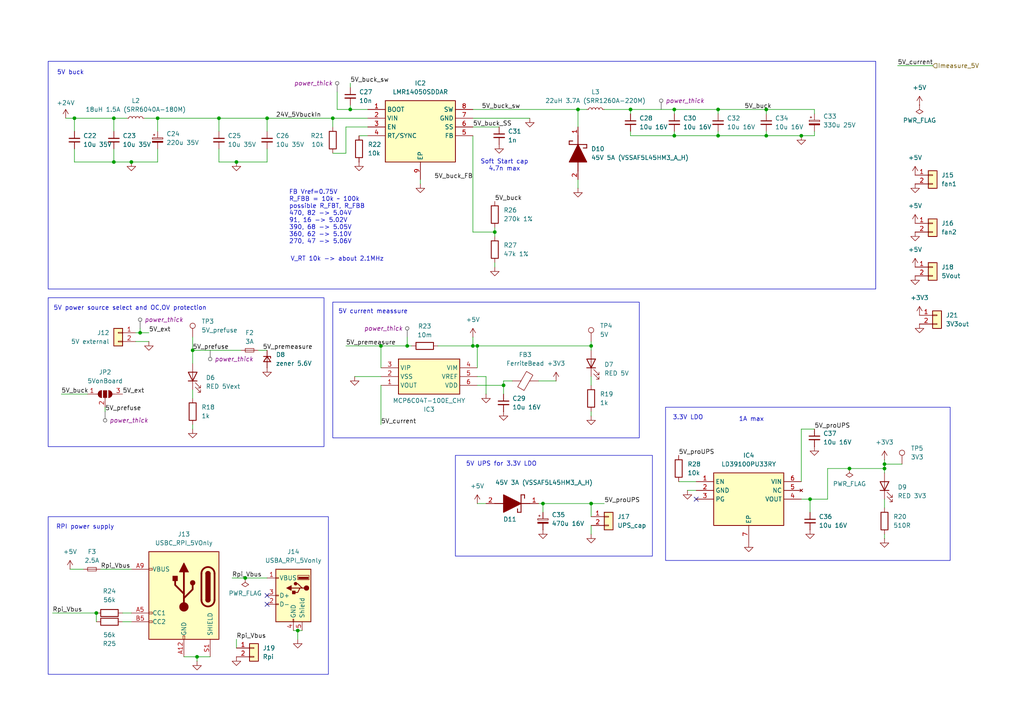
<source format=kicad_sch>
(kicad_sch (version 20231120) (generator "eeschema") (generator_version "8.0")
  (paper "A4")
  (title_block (title "EP5 rearbox ") (date "2024-08-07") (rev "1.0") (company "NTURacing") (comment 1 "郭哲明 Jack Kuo") (comment 2 "Electrical group"))
  (lib_symbols
    (symbol "Connector:TestPoint" (pin_numbers hide) (pin_names (offset 0.762) hide)
      (property "Reference" "TP" (at 0 6.858 0))
      (property "Value" "TestPoint" (at 0 5.08 0))
      (symbol "TestPoint_1_1"
        (pin passive line (at 0 0 90) (length 2.54) (name "1") (number "1"))
      )
    )
    (symbol "Connector:USB_A" (pin_names (offset 1.016))
      (property "Reference" "J" (at -5.08 11.43 0))
      (property "Value" "USB_A" (at -5.08 8.89 0))
      (symbol "USB_A_1_1"
        (pin power_in line (at 7.62 5.08 180) (length 2.54) (name "VBUS") (number "1"))
        (pin bidirectional line (at 7.62 -2.54 180) (length 2.54) (name "D-") (number "2"))
        (pin bidirectional line (at 7.62 0 180) (length 2.54) (name "D+") (number "3"))
        (pin power_in line (at 0 -10.16 90) (length 2.54) (name "GND") (number "4"))
        (pin passive line (at -2.54 -10.16 90) (length 2.54) (name "Shield") (number "5"))
      )
    )
    (symbol "Connector:USB_C_Receptacle_PowerOnly_6P" (pin_names (offset 1.016))
      (property "Reference" "J" (at 0 16.51 0))
      (property "Value" "USB_C_Receptacle_PowerOnly_6P" (at 0 13.97 0))
      (symbol "USB_C_Receptacle_PowerOnly_6P_1_1"
        (pin passive line (at 0 -17.78 90) (length 5.08) (name "GND") (number "A12"))
        (pin bidirectional line (at 15.24 -5.08 180) (length 5.08) (name "CC1") (number "A5"))
        (pin passive line (at 15.24 7.62 180) (length 5.08) (name "VBUS") (number "A9"))
        (pin passive line (at 0 -17.78 90) (length 5.08) hide (name "GND") (number "B12"))
        (pin bidirectional line (at 15.24 -7.62 180) (length 5.08) (name "CC2") (number "B5"))
        (pin passive line (at 15.24 7.62 180) (length 5.08) hide (name "VBUS") (number "B9"))
        (pin passive line (at -7.62 -17.78 90) (length 5.08) (name "SHIELD") (number "S1"))
      )
    )
    (symbol "Connector_Generic:Conn_01x02" (pin_names (offset 1.016) hide)
      (property "Reference" "J" (at 0 2.54 0))
      (property "Value" "Conn_01x02" (at 0 -5.08 0))
      (symbol "Conn_01x02_1_1"
        (pin passive line (at -5.08 0 0) (length 3.81) (name "Pin_1") (number "1"))
        (pin passive line (at -5.08 -2.54 0) (length 3.81) (name "Pin_2") (number "2"))
      )
    )
    (symbol "Device:C_Polarized_Small" (pin_numbers hide) (pin_names (offset 0.254) hide)
      (property "Reference" "C" (at 0.254 1.778 0))
      (property "Value" "C_Polarized_Small" (at 0.254 -2.032 0))
      (symbol "C_Polarized_Small_1_1"
        (pin passive line (at 0 2.54 270) (length 1.8542) (name "~") (number "1"))
        (pin passive line (at 0 -2.54 90) (length 1.8542) (name "~") (number "2"))
      )
    )
    (symbol "Device:C_Small" (pin_numbers hide) (pin_names (offset 0.254) hide)
      (property "Reference" "C" (at 0.254 1.778 0))
      (property "Value" "C_Small" (at 0.254 -2.032 0))
      (symbol "C_Small_1_1"
        (pin passive line (at 0 2.54 270) (length 2.032) (name "~") (number "1"))
        (pin passive line (at 0 -2.54 90) (length 2.032) (name "~") (number "2"))
      )
    )
    (symbol "Device:D_Zener_Small" (pin_numbers hide) (pin_names (offset 0.254) hide)
      (property "Reference" "D" (at 0 2.286 0))
      (property "Value" "D_Zener_Small" (at 0 -2.286 0))
      (symbol "D_Zener_Small_1_1"
        (pin passive line (at -2.54 0 0) (length 1.778) (name "K") (number "1"))
        (pin passive line (at 2.54 0 180) (length 1.778) (name "A") (number "2"))
      )
    )
    (symbol "Device:FerriteBead" (pin_numbers hide) (pin_names (offset 0))
      (property "Reference" "FB" (at -3.81 0.635 90))
      (property "Value" "FerriteBead" (at 3.81 0 90))
      (symbol "FerriteBead_1_1"
        (pin passive line (at 0 3.81 270) (length 2.54) (name "~") (number "1"))
        (pin passive line (at 0 -3.81 90) (length 2.54) (name "~") (number "2"))
      )
    )
    (symbol "Device:Fuse_Small" (pin_numbers hide) (pin_names (offset 0.254) hide)
      (property "Reference" "F" (at 0 -1.524 0))
      (property "Value" "Fuse_Small" (at 0 1.524 0))
      (symbol "Fuse_Small_1_1"
        (pin passive line (at -2.54 0 0) (length 1.27) (name "~") (number "1"))
        (pin passive line (at 2.54 0 180) (length 1.27) (name "~") (number "2"))
      )
    )
    (symbol "Device:LED" (pin_numbers hide) (pin_names (offset 1.016) hide)
      (property "Reference" "D" (at 0 2.54 0))
      (property "Value" "LED" (at 0 -2.54 0))
      (symbol "LED_1_1"
        (pin passive line (at -3.81 0 0) (length 2.54) (name "K") (number "1"))
        (pin passive line (at 3.81 0 180) (length 2.54) (name "A") (number "2"))
      )
    )
    (symbol "Device:L_Small" (pin_numbers hide) (pin_names (offset 0.254) hide)
      (property "Reference" "L" (at 0.762 1.016 0))
      (property "Value" "L_Small" (at 0.762 -1.016 0))
      (symbol "L_Small_1_1"
        (pin passive line (at 0 2.54 270) (length 0.508) (name "~") (number "1"))
        (pin passive line (at 0 -2.54 90) (length 0.508) (name "~") (number "2"))
      )
    )
    (symbol "Device:R" (pin_numbers hide) (pin_names (offset 0))
      (property "Reference" "R" (at 2.032 0 90))
      (property "Value" "R" (at 0 0 90))
      (symbol "R_1_1"
        (pin passive line (at 0 3.81 270) (length 1.27) (name "~") (number "1"))
        (pin passive line (at 0 -3.81 90) (length 1.27) (name "~") (number "2"))
      )
    )
    (symbol "Jumper:SolderJumper_3_Open" (pin_names (offset 0) hide) (exclude_from_sim yes) (in_bom no)
      (property "Reference" "JP" (at -2.54 -2.54 0))
      (property "Value" "SolderJumper_3_Open" (at 0 2.794 0))
      (symbol "SolderJumper_3_Open_1_1"
        (pin passive line (at -5.08 0 0) (length 2.54) (name "A") (number "1"))
        (pin passive line (at 0 -3.81 90) (length 2.54) (name "C") (number "2"))
        (pin passive line (at 5.08 0 180) (length 2.54) (name "B") (number "3"))
      )
    )
    (symbol "SamacSys_Parts:LD39100PU33RY"
      (property "Reference" "IC" (at 26.67 7.62 0))
      (property "Value" "LD39100PU33RY" (at 26.67 5.08 0))
      (symbol "LD39100PU33RY_1_1"
        (pin passive line (at 0 0 0) (length 5.08) (name "EN") (number "1"))
        (pin passive line (at 0 -2.54 0) (length 5.08) (name "GND") (number "2"))
        (pin passive line (at 0 -5.08 0) (length 5.08) (name "PG") (number "3"))
        (pin passive line (at 30.48 -5.08 180) (length 5.08) (name "VOUT") (number "4"))
        (pin no_connect line (at 30.48 -2.54 180) (length 5.08) (name "NC") (number "5"))
        (pin passive line (at 30.48 0 180) (length 5.08) (name "VIN") (number "6"))
        (pin passive line (at 15.24 -17.78 90) (length 5.08) (name "EP") (number "7"))
      )
    )
    (symbol "SamacSys_Parts:LMR14050SDDAR"
      (property "Reference" "IC" (at 26.67 7.62 0))
      (property "Value" "LMR14050SDDAR" (at 26.67 5.08 0))
      (symbol "LMR14050SDDAR_1_1"
        (pin passive line (at 0 0 0) (length 5.08) (name "BOOT") (number "1"))
        (pin passive line (at 0 -2.54 0) (length 5.08) (name "VIN") (number "2"))
        (pin passive line (at 0 -5.08 0) (length 5.08) (name "EN") (number "3"))
        (pin passive line (at 0 -7.62 0) (length 5.08) (name "RT/SYNC") (number "4"))
        (pin passive line (at 30.48 -7.62 180) (length 5.08) (name "FB") (number "5"))
        (pin passive line (at 30.48 -5.08 180) (length 5.08) (name "SS") (number "6"))
        (pin passive line (at 30.48 -2.54 180) (length 5.08) (name "GND") (number "7"))
        (pin passive line (at 30.48 0 180) (length 5.08) (name "SW") (number "8"))
        (pin passive line (at 15.24 -20.32 90) (length 5.08) (name "EP") (number "9"))
      )
    )
    (symbol "SamacSys_Parts:MCP6C04T-100E_CHY"
      (property "Reference" "IC" (at 24.13 7.62 0))
      (property "Value" "MCP6C04T-100E_CHY" (at 24.13 5.08 0))
      (symbol "MCP6C04T-100E_CHY_1_1"
        (pin passive line (at 0 0 0) (length 5.08) (name "VOUT") (number "1"))
        (pin passive line (at 0 -2.54 0) (length 5.08) (name "VSS") (number "2"))
        (pin passive line (at 0 -5.08 0) (length 5.08) (name "VIP") (number "3"))
        (pin passive line (at 27.94 -5.08 180) (length 5.08) (name "VIM") (number "4"))
        (pin passive line (at 27.94 -2.54 180) (length 5.08) (name "VREF") (number "5"))
        (pin passive line (at 27.94 0 180) (length 5.08) (name "VDD") (number "6"))
      )
    )
    (symbol "SamacSys_Parts:VSSAF5L45HM3_A_H" (pin_names hide)
      (property "Reference" "D" (at 12.7 8.89 0))
      (property "Value" "VSSAF5L45HM3_A_H" (at 12.7 6.35 0))
      (symbol "VSSAF5L45HM3_A_H_1_1"
        (pin passive line (at 2.54 0 0) (length 2.54) (name "K") (number "1"))
        (pin passive line (at 17.78 0 180) (length 2.54) (name "A") (number "2"))
      )
    )
    (symbol "power:+24V" (power) (pin_numbers hide) (pin_names (offset 0) hide)
      (property "Value" "+24V" (at 0 3.556 0))
      (symbol "+24V_1_1"
        (pin power_in line (at 0 0 90) (length 0) (name "~") (number "1"))
      )
    )
    (symbol "power:+3V3" (power) (pin_numbers hide) (pin_names (offset 0) hide)
      (property "Value" "+3V3" (at 0 3.556 0))
      (symbol "+3V3_1_1"
        (pin power_in line (at 0 0 90) (length 0) (name "~") (number "1"))
      )
    )
    (symbol "power:+5V" (power) (pin_numbers hide) (pin_names (offset 0) hide)
      (property "Value" "+5V" (at 0 3.556 0))
      (symbol "+5V_1_1"
        (pin power_in line (at 0 0 90) (length 0) (name "~") (number "1"))
      )
    )
    (symbol "power:GND" (power) (pin_numbers hide) (pin_names (offset 0) hide)
      (property "Value" "GND" (at 0 -3.81 0))
      (symbol "GND_1_1"
        (pin power_in line (at 0 0 270) (length 0) (name "~") (number "1"))
      )
    )
    (symbol "power:PWR_FLAG" (power) (pin_numbers hide) (pin_names (offset 0) hide)
      (property "Value" "PWR_FLAG" (at 0 3.81 0))
      (symbol "PWR_FLAG_0_0"
        (pin power_out line (at 0 0 90) (length 0) (name "~") (number "1"))
      )
    )
  )
  (junction (at 195.58 39.37))
  (junction (at 71.12 167.64))
  (junction (at 232.41 39.37))
  (junction (at 167.64 31.75))
  (junction (at 77.47 34.29))
  (junction (at 138.43 100.33))
  (junction (at 101.6 31.75))
  (junction (at 55.88 101.6))
  (junction (at 222.25 39.37))
  (junction (at 195.58 31.75))
  (junction (at 137.16 100.33))
  (junction (at 110.49 100.33))
  (junction (at 33.02 46.99))
  (junction (at 234.95 144.78))
  (junction (at 171.45 100.33))
  (junction (at 256.54 134.62))
  (junction (at 33.02 34.29))
  (junction (at 27.94 177.8))
  (junction (at 86.36 182.88))
  (junction (at 222.25 31.75))
  (junction (at 256.54 135.89))
  (junction (at 208.28 31.75))
  (junction (at 40.64 96.52))
  (junction (at 57.15 190.5))
  (junction (at 63.5 34.29))
  (junction (at 171.45 146.05))
  (junction (at 246.38 135.89))
  (junction (at 21.59 34.29))
  (junction (at 118.11 100.33))
  (junction (at 96.52 34.29))
  (junction (at 68.58 46.99))
  (junction (at 45.72 34.29))
  (junction (at 143.51 67.31))
  (junction (at 208.28 39.37))
  (junction (at 38.1 46.99))
  (junction (at 146.05 111.76))
  (junction (at 182.88 31.75))
  (junction (at 157.48 146.05))
  (no_connect (at 77.47 175.26))
  (no_connect (at 77.47 172.72))
  (no_connect (at 201.93 144.78))
  (wire (pts (xy 143.51 66.04) (xy 143.51 67.31)))
  (wire (pts (xy 137.16 67.31) (xy 143.51 67.31)))
  (wire (pts (xy 138.43 100.33) (xy 138.43 106.68)))
  (wire (pts (xy 57.15 190.5) (xy 53.34 190.5)))
  (wire (pts (xy 140.97 109.22) (xy 138.43 109.22)))
  (wire (pts (xy 175.26 31.75) (xy 182.88 31.75)))
  (wire (pts (xy 256.54 147.32) (xy 256.54 144.78)))
  (wire (pts (xy 106.68 39.37) (xy 104.14 39.37)))
  (wire (pts (xy 232.41 144.78) (xy 234.95 144.78)))
  (wire (pts (xy 55.88 97.79) (xy 55.88 101.6)))
  (wire (pts (xy 127 100.33) (xy 137.16 100.33)))
  (wire (pts (xy 63.5 46.99) (xy 63.5 43.18)))
  (wire (pts (xy 30.48 119.38) (xy 30.48 118.11)))
  (wire (pts (xy 256.54 156.21) (xy 256.54 154.94)))
  (wire (pts (xy 232.41 124.46) (xy 232.41 139.7)))
  (wire (pts (xy 55.88 115.57) (xy 55.88 113.03)))
  (wire (pts (xy 171.45 154.94) (xy 171.45 152.4)))
  (wire (pts (xy 222.25 39.37) (xy 232.41 39.37)))
  (wire (pts (xy 157.48 148.59) (xy 157.48 146.05)))
  (wire (pts (xy 256.54 137.16) (xy 256.54 135.89)))
  (wire (pts (xy 20.32 165.1) (xy 24.13 165.1)))
  (wire (pts (xy 43.18 99.06) (xy 39.37 99.06)))
  (wire (pts (xy 167.64 54.61) (xy 167.64 52.07)))
  (wire (pts (xy 199.39 142.24) (xy 201.93 142.24)))
  (wire (pts (xy 101.6 30.48) (xy 101.6 31.75)))
  (wire (pts (xy 57.15 190.5) (xy 57.15 191.77)))
  (wire (pts (xy 138.43 100.33) (xy 171.45 100.33)))
  (wire (pts (xy 96.52 34.29) (xy 96.52 36.83)))
  (wire (pts (xy 256.54 135.89) (xy 256.54 134.62)))
  (wire (pts (xy 74.93 101.6) (xy 77.47 101.6)))
  (wire (pts (xy 77.47 34.29) (xy 96.52 34.29)))
  (wire (pts (xy 240.03 135.89) (xy 240.03 144.78)))
  (wire (pts (xy 195.58 39.37) (xy 208.28 39.37)))
  (wire (pts (xy 143.51 77.47) (xy 143.51 76.2)))
  (wire (pts (xy 246.38 135.89) (xy 256.54 135.89)))
  (wire (pts (xy 77.47 34.29) (xy 77.47 38.1)))
  (wire (pts (xy 140.97 114.3) (xy 140.97 109.22)))
  (wire (pts (xy 33.02 46.99) (xy 38.1 46.99)))
  (wire (pts (xy 137.16 39.37) (xy 137.16 67.31)))
  (wire (pts (xy 17.78 114.3) (xy 25.4 114.3)))
  (wire (pts (xy 148.59 110.49) (xy 146.05 110.49)))
  (wire (pts (xy 63.5 46.99) (xy 68.58 46.99)))
  (wire (pts (xy 234.95 144.78) (xy 240.03 144.78)))
  (wire (pts (xy 260.35 19.05) (xy 270.51 19.05)))
  (wire (pts (xy 153.67 34.29) (xy 137.16 34.29)))
  (wire (pts (xy 55.88 124.46) (xy 55.88 123.19)))
  (wire (pts (xy 118.11 97.79) (xy 118.11 100.33)))
  (wire (pts (xy 101.6 24.13) (xy 101.6 25.4)))
  (wire (pts (xy 55.88 101.6) (xy 69.85 101.6)))
  (wire (pts (xy 146.05 110.49) (xy 146.05 111.76)))
  (wire (pts (xy 67.31 167.64) (xy 71.12 167.64)))
  (wire (pts (xy 77.47 46.99) (xy 77.47 43.18)))
  (wire (pts (xy 40.64 96.52) (xy 43.18 96.52)))
  (wire (pts (xy 100.33 36.83) (xy 100.33 44.45)))
  (wire (pts (xy 137.16 97.79) (xy 137.16 100.33)))
  (wire (pts (xy 171.45 99.06) (xy 171.45 100.33)))
  (wire (pts (xy 45.72 34.29) (xy 41.91 34.29)))
  (wire (pts (xy 208.28 39.37) (xy 208.28 38.1)))
  (wire (pts (xy 182.88 39.37) (xy 195.58 39.37)))
  (wire (pts (xy 143.51 68.58) (xy 143.51 67.31)))
  (wire (pts (xy 86.36 182.88) (xy 85.09 182.88)))
  (wire (pts (xy 222.25 39.37) (xy 222.25 38.1)))
  (wire (pts (xy 236.22 31.75) (xy 236.22 33.02)))
  (wire (pts (xy 256.54 134.62) (xy 256.54 133.35)))
  (wire (pts (xy 208.28 31.75) (xy 222.25 31.75)))
  (wire (pts (xy 146.05 114.3) (xy 146.05 111.76)))
  (wire (pts (xy 33.02 34.29) (xy 36.83 34.29)))
  (wire (pts (xy 175.26 146.05) (xy 171.45 146.05)))
  (wire (pts (xy 63.5 34.29) (xy 63.5 38.1)))
  (wire (pts (xy 236.22 39.37) (xy 232.41 39.37)))
  (wire (pts (xy 137.16 31.75) (xy 167.64 31.75)))
  (wire (pts (xy 71.12 167.64) (xy 77.47 167.64)))
  (wire (pts (xy 157.48 146.05) (xy 156.21 146.05)))
  (wire (pts (xy 21.59 46.99) (xy 33.02 46.99)))
  (wire (pts (xy 171.45 146.05) (xy 171.45 149.86)))
  (wire (pts (xy 137.16 100.33) (xy 138.43 100.33)))
  (wire (pts (xy 100.33 44.45) (xy 96.52 44.45)))
  (wire (pts (xy 68.58 185.42) (xy 68.58 187.96)))
  (wire (pts (xy 261.62 134.62) (xy 256.54 134.62)))
  (wire (pts (xy 110.49 123.19) (xy 110.49 111.76)))
  (wire (pts (xy 68.58 46.99) (xy 77.47 46.99)))
  (wire (pts (xy 182.88 39.37) (xy 182.88 38.1)))
  (wire (pts (xy 137.16 36.83) (xy 144.78 36.83)))
  (wire (pts (xy 222.25 33.02) (xy 222.25 31.75)))
  (wire (pts (xy 236.22 31.75) (xy 222.25 31.75)))
  (wire (pts (xy 86.36 185.42) (xy 86.36 182.88)))
  (wire (pts (xy 35.56 177.8) (xy 38.1 177.8)))
  (wire (pts (xy 33.02 43.18) (xy 33.02 46.99)))
  (wire (pts (xy 195.58 33.02) (xy 195.58 31.75)))
  (wire (pts (xy 45.72 34.29) (xy 45.72 38.1)))
  (wire (pts (xy 100.33 100.33) (xy 110.49 100.33)))
  (wire (pts (xy 167.64 31.75) (xy 170.18 31.75)))
  (wire (pts (xy 55.88 101.6) (xy 55.88 105.41)))
  (wire (pts (xy 182.88 33.02) (xy 182.88 31.75)))
  (wire (pts (xy 39.37 96.52) (xy 40.64 96.52)))
  (wire (pts (xy 236.22 38.1) (xy 236.22 39.37)))
  (wire (pts (xy 182.88 31.75) (xy 195.58 31.75)))
  (wire (pts (xy 171.45 120.65) (xy 171.45 119.38)))
  (wire (pts (xy 110.49 100.33) (xy 118.11 100.33)))
  (wire (pts (xy 138.43 146.05) (xy 140.97 146.05)))
  (wire (pts (xy 171.45 101.6) (xy 171.45 100.33)))
  (wire (pts (xy 63.5 34.29) (xy 77.47 34.29)))
  (wire (pts (xy 96.52 34.29) (xy 106.68 34.29)))
  (wire (pts (xy 97.79 26.67) (xy 97.79 31.75)))
  (wire (pts (xy 196.85 139.7) (xy 201.93 139.7)))
  (wire (pts (xy 21.59 34.29) (xy 33.02 34.29)))
  (wire (pts (xy 101.6 31.75) (xy 106.68 31.75)))
  (wire (pts (xy 19.05 34.29) (xy 21.59 34.29)))
  (wire (pts (xy 167.64 31.75) (xy 167.64 36.83)))
  (wire (pts (xy 86.36 182.88) (xy 87.63 182.88)))
  (wire (pts (xy 40.64 95.25) (xy 40.64 96.52)))
  (wire (pts (xy 45.72 43.18) (xy 45.72 46.99)))
  (wire (pts (xy 33.02 38.1) (xy 33.02 34.29)))
  (wire (pts (xy 110.49 100.33) (xy 110.49 106.68)))
  (wire (pts (xy 161.29 110.49) (xy 156.21 110.49)))
  (wire (pts (xy 100.33 36.83) (xy 106.68 36.83)))
  (wire (pts (xy 171.45 111.76) (xy 171.45 109.22)))
  (wire (pts (xy 15.24 177.8) (xy 27.94 177.8)))
  (wire (pts (xy 38.1 46.99) (xy 45.72 46.99)))
  (wire (pts (xy 195.58 39.37) (xy 195.58 38.1)))
  (wire (pts (xy 240.03 135.89) (xy 246.38 135.89)))
  (wire (pts (xy 118.11 100.33) (xy 119.38 100.33)))
  (wire (pts (xy 21.59 43.18) (xy 21.59 46.99)))
  (wire (pts (xy 121.92 53.34) (xy 121.92 52.07)))
  (wire (pts (xy 236.22 124.46) (xy 232.41 124.46)))
  (wire (pts (xy 27.94 180.34) (xy 27.94 177.8)))
  (wire (pts (xy 29.21 165.1) (xy 38.1 165.1)))
  (wire (pts (xy 146.05 111.76) (xy 138.43 111.76)))
  (wire (pts (xy 208.28 33.02) (xy 208.28 31.75)))
  (wire (pts (xy 21.59 38.1) (xy 21.59 34.29)))
  (wire (pts (xy 102.87 109.22) (xy 110.49 109.22)))
  (wire (pts (xy 195.58 31.75) (xy 208.28 31.75)))
  (wire (pts (xy 157.48 146.05) (xy 171.45 146.05)))
  (wire (pts (xy 97.79 31.75) (xy 101.6 31.75)))
  (wire (pts (xy 35.56 180.34) (xy 38.1 180.34)))
  (wire (pts (xy 222.25 39.37) (xy 208.28 39.37)))
  (wire (pts (xy 45.72 34.29) (xy 63.5 34.29)))
  (wire (pts (xy 57.15 190.5) (xy 60.96 190.5)))
  (wire (pts (xy 234.95 144.78) (xy 234.95 148.59)))
  (rectangle (start 13.97 86.36) (end 93.98 129.54))
  (rectangle (start 13.97 17.78) (end 254 83.82))
  (rectangle (start 96.52 87.63) (end 185.42 127))
  (rectangle (start 193.04 118.11) (end 275.59 162.56))
  (rectangle (start 13.97 149.86) (end 95.25 195.58))
  (rectangle (start 132.08 132.08) (end 189.23 161.29))
  (text "Soft Start cap\n4.7n max" (at 146.304 48.006 0) (effects (font (size 1.27 1.27))))
  (text "5V UPS for 3.3V LDO" (at 135.128 135.382 0) (effects (font (size 1.27 1.27)) (justify left bottom)))
  (text "5V power source select and OC,OV protection" (at 15.494 90.17 0) (effects (font (size 1.27 1.27)) (justify left bottom)))
  (text "RPI power supply" (at 16.256 152.908 0) (effects (font (size 1.27 1.27)) (justify left)))
  (text "3.3V LDO" (at 195.072 121.92 0) (effects (font (size 1.27 1.27)) (justify left bottom)))
  (text "V_RT 10k -> about 2.1MHz" (at 97.79 75.184 0) (effects (font (size 1.27 1.27))))
  (text "5V buck" (at 16.51 21.844 0) (effects (font (size 1.27 1.27)) (justify left bottom)))
  (text "5V current meassure" (at 108.204 90.424 0) (effects (font (size 1.27 1.27))))
  (text "FB Vref=0.75V\nR_FBB = 10k ~ 100k\npossible R_FBT, R_FBB\n470, 82 -> 5.04V\n91, 16 -> 5.02V\n390, 68 -> 5.05V\n360, 62 -> 5.10V\n270, 47 -> 5.06V\n" (at 83.82 70.866 0) (effects (font (size 1.27 1.27)) (justify left bottom)))
  (text "1A max" (at 217.932 121.666 0) (effects (font (size 1.27 1.27))))
  (label "5V_proUPS" (at 236.22 124.46 0))
  (label "5V_buck_FB" (at 137.16 52.07 180))
  (label "5V_premeasure" (at 76.2 101.6 0))
  (label "5V_buck_sw" (at 101.6 24.13 0))
  (label "5V_buck" (at 215.9 31.75 0))
  (label "5V_current" (at 110.49 123.19 0))
  (label "5V_proUPS" (at 175.26 146.05 0))
  (label "5V_prefuse" (at 55.88 101.6 0))
  (label "5V_proUPS" (at 196.85 132.08 0))
  (label "5V_ext" (at 35.56 114.3 0))
  (label "5V_buck" (at 143.51 58.42 0))
  (label "5V_ext" (at 43.18 96.52 0))
  (label "5V_buck" (at 17.78 114.3 0))
  (label "Rpi_Vbus" (at 29.21 165.1 0))
  (label "5V_premeasure" (at 100.33 100.33 0))
  (label "Rpi_Vbus" (at 67.31 167.64 0))
  (label "24V_5VbuckIn" (at 80.01 34.29 0))
  (label "Rpi_Vbus" (at 68.58 185.42 0))
  (label "5V_buck_SS" (at 137.16 36.83 0))
  (label "5V_current" (at 260.35 19.05 0))
  (label "Rpi_Vbus" (at 15.24 177.8 0))
  (label "5V_buck_sw" (at 139.7 31.75 0))
  (label "5V_prefuse" (at 30.48 119.38 0))
  (hierarchical_label "Imeasure_5V" (shape input) (at 270.51 19.05 0))
  (netclass_flag "" (length 2.54) (shape round) (at 40.64 95.25 0) (property "Netclass" "power_thick" (at 41.91 92.71 0) (effects (font (italic yes)) (justify left))))
  (netclass_flag "" (length 2.54) (shape round) (at 191.77 31.75 0) (property "Netclass" "power_thick" (at 193.04 29.21 0) (effects (font (italic yes)) (justify left))))
  (netclass_flag "" (length 2.54) (shape round) (at 30.48 119.38 180) (property "Netclass" "power_thick" (at 31.75 121.92 0) (effects (font (italic yes)) (justify left))))
  (netclass_flag "" (length 2.54) (shape round) (at 60.96 101.6 180) (property "Netclass" "power_thick" (at 62.23 104.14 0) (effects (font (italic yes)) (justify left))))
  (netclass_flag "" (length 2.54) (shape round) (at 118.11 97.79 0) (property "Netclass" "power_thick" (at 116.84 95.25 0) (effects (font (italic yes)) (justify right))))
  (netclass_flag "" (length 2.54) (shape round) (at 97.79 26.67 0) (property "Netclass" "power_thick" (at 96.52 24.13 0) (effects (font (italic yes)) (justify right))))
  (symbol (lib_id "Jumper:SolderJumper_3_Open") (at 30.48 114.3 0) (unit 1)
    (property "Reference" "JP2" (at 30.48 107.95 0))
    (property "Value" "5VonBoard" (at 30.48 110.49 0))
    (property "Footprint" "Jumper:SolderJumper-3_P1.3mm_Open_Pad1.0x1.5mm" (effects (hide yes)))
    (property "Description" "Solder Jumper, 3-pole, open" (effects (hide yes)))
  )
  (symbol (lib_id "Connector_Generic:Conn_01x02") (at 34.29 96.52 0) (mirror y) (unit 1)
    (property "Reference" "J12" (at 31.75 96.52 0) (effects (justify left)))
    (property "Value" "5V external" (at 31.75 99.06 0) (effects (justify left)))
    (property "Footprint" "Connector_JST:JST_XH_B2B-XH-A_1x02_P2.50mm_Vertical" (effects (hide yes)))
    (property "Description" "Generic connector, single row, 01x02, script generated (kicad-library-utils/schlib/autogen/connector/)" (effects (hide yes)))
  )
  (symbol (lib_id "Device:FerriteBead") (at 152.4 110.49 90) (unit 1)
    (property "Reference" "FB3" (at 152.3492 102.87 90))
    (property "Value" "FerriteBead" (at 152.3492 105.41 90))
    (property "Footprint" "Inductor_SMD:L_0805_2012Metric" (effects (hide yes)))
    (property "Description" "Ferrite bead" (effects (hide yes)))
  )
  (symbol (lib_id "Connector:USB_C_Receptacle_PowerOnly_6P") (at 53.34 172.72 0) (mirror y) (unit 1)
    (property "Reference" "J13" (at 53.34 154.94 0))
    (property "Value" "USBC_RPI_5VOnly" (at 53.34 157.48 0))
    (property "Footprint" "Connector_USB:USB_C_Receptacle_GCT_USB4135-GF-A_6P_TopMnt_Horizontal" (effects (hide yes)))
    (property "Datasheet" "https://www.usb.org/sites/default/files/documents/usb_type-c.zip" (effects (hide yes)))
    (property "Description" "USB Power-Only 6P Type-C Receptacle connector" (effects (hide yes)))
  )
  (symbol (lib_id "power:GND") (at 146.05 119.38 0) (unit 1)
    (property "Reference" "#PWR079" (effects (hide yes)))
    (property "Value" "GND" (effects (hide yes)))
    (property "Description" "Power symbol creates a global label with name \"GND\" , ground" (effects (hide yes)))
  )
  (symbol (lib_id "power:GND") (at 234.95 153.67 0) (unit 1)
    (property "Reference" "#PWR0104" (effects (hide yes)))
    (property "Value" "GND" (effects (hide yes)))
    (property "Description" "Power symbol creates a global label with name \"GND\" , ground" (effects (hide yes)))
  )
  (symbol (lib_id "SamacSys_Parts:VSSAF5L45HM3_A_H") (at 167.64 34.29 270) (unit 1)
    (property "Reference" "D10" (at 171.45 43.18 90) (effects (justify left)))
    (property "Value" "45V 5A (VSSAF5L45HM3_A_H)" (at 171.45 45.72 90) (effects (justify left)))
    (property "Footprint" "SamacSys_Parts:SODFL5226X100N" (effects (hide yes)))
    (property "Datasheet" "https://www.vishay.com/docs/89934/vssaf5l45.pdf" (effects (hide yes)))
    (property "Description" "Schottky Diodes & Rectifiers TMBS 45V Vrrm eSMP AEC-Q101 Qualified" (effects (hide yes)))
    (property "Height" "1" (effects (hide yes)))
    (property "Mouser Part Number" "78-VSSAF5L45HM3_A/H" (effects (hide yes)))
    (property "Mouser Price/Stock" "https://www.mouser.co.uk/ProductDetail/Vishay-General-Semiconductor/VSSAF5L45HM3_A-H?qs=Vcr9%2FL0R50j9URAPL4oknQ%3D%3D" (effects (hide yes)))
    (property "Manufacturer_Name" "Vishay" (effects (hide yes)))
    (property "Manufacturer_Part_Number" "VSSAF5L45HM3_A/H" (effects (hide yes)))
  )
  (symbol (lib_id "power:+5V") (at 138.43 146.05 0) (mirror y) (unit 1)
    (property "Reference" "#PWR087" (effects (hide yes)))
    (property "Value" "+5V" (at 138.43 140.97 0))
    (property "Description" "Power symbol creates a global label with name \"+5V\"" (effects (hide yes)))
  )
  (symbol (lib_id "power:GND") (at 266.7 93.98 0) (mirror y) (unit 1)
    (property "Reference" "#PWR0109" (effects (hide yes)))
    (property "Value" "GND" (effects (hide yes)))
    (property "Description" "Power symbol creates a global label with name \"GND\" , ground" (effects (hide yes)))
  )
  (symbol (lib_id "Device:C_Polarized_Small") (at 45.72 40.64 0) (unit 1)
    (property "Reference" "C24" (at 48.26 38.8239 0) (effects (justify left)))
    (property "Value" "220u 35V" (at 48.26 41.3639 0) (effects (justify left)))
    (property "Footprint" "Capacitor_THT:CP_Radial_D8.0mm_P3.80mm" (effects (hide yes)))
    (property "Description" "Polarized capacitor, small symbol" (effects (hide yes)))
  )
  (symbol (lib_id "power:GND") (at 217.17 157.48 0) (unit 1)
    (property "Reference" "#PWR0102" (effects (hide yes)))
    (property "Value" "GND" (effects (hide yes)))
    (property "Description" "Power symbol creates a global label with name \"GND\" , ground" (effects (hide yes)))
  )
  (symbol (lib_id "Device:R") (at 143.51 62.23 0) (unit 1)
    (property "Reference" "R26" (at 146.05 60.96 0) (effects (justify left)))
    (property "Value" "270k 1%" (at 146.05 63.5 0) (effects (justify left)))
    (property "Footprint" "Resistor_SMD:R_0603_1608Metric" (effects (hide yes)))
    (property "Description" "Resistor" (effects (hide yes)))
  )
  (symbol (lib_id "power:GND") (at 68.58 46.99 0) (unit 1)
    (property "Reference" "#PWR070" (effects (hide yes)))
    (property "Value" "GND" (effects (hide yes)))
    (property "Description" "Power symbol creates a global label with name \"GND\" , ground" (effects (hide yes)))
  )
  (symbol (lib_id "power:GND") (at 140.97 114.3 0) (unit 1)
    (property "Reference" "#PWR078" (effects (hide yes)))
    (property "Value" "GND" (effects (hide yes)))
    (property "Description" "Power symbol creates a global label with name \"GND\" , ground" (effects (hide yes)))
  )
  (symbol (lib_id "Device:C_Small") (at 195.58 35.56 0) (unit 1)
    (property "Reference" "C30" (at 198.12 34.2962 0) (effects (justify left)))
    (property "Value" "10u 16V" (at 198.12 36.8362 0) (effects (justify left)))
    (property "Footprint" "Capacitor_SMD:C_0805_2012Metric" (effects (hide yes)))
    (property "Description" "Unpolarized capacitor, small symbol" (effects (hide yes)))
  )
  (symbol (lib_id "Device:Fuse_Small") (at 72.39 101.6 0) (unit 1)
    (property "Reference" "F2" (at 72.39 96.52 0))
    (property "Value" "3A" (at 72.39 99.06 0))
    (property "Footprint" "Fuse:Fuse_2512_6332Metric_Pad1.52x3.35mm_HandSolder" (effects (hide yes)))
    (property "Description" "Fuse, small symbol" (effects (hide yes)))
  )
  (symbol (lib_id "Device:C_Small") (at 146.05 116.84 0) (unit 1)
    (property "Reference" "C29" (at 148.59 115.5762 0) (effects (justify left)))
    (property "Value" "10u 16V" (at 148.59 118.1162 0) (effects (justify left)))
    (property "Footprint" "Capacitor_SMD:C_0805_2012Metric" (effects (hide yes)))
    (property "Description" "Unpolarized capacitor, small symbol" (effects (hide yes)))
  )
  (symbol (lib_id "power:GND") (at 232.41 39.37 0) (unit 1)
    (property "Reference" "#PWR082" (effects (hide yes)))
    (property "Value" "GND" (effects (hide yes)))
    (property "Description" "Power symbol creates a global label with name \"GND\" , ground" (effects (hide yes)))
  )
  (symbol (lib_id "Device:R") (at 196.85 135.89 0) (unit 1)
    (property "Reference" "R28" (at 199.39 134.62 0) (effects (justify left)))
    (property "Value" "10k" (at 199.39 137.16 0) (effects (justify left)))
    (property "Footprint" "Resistor_SMD:R_0603_1608Metric" (effects (hide yes)))
    (property "Description" "Resistor" (effects (hide yes)))
  )
  (symbol (lib_id "power:GND") (at 265.43 53.34 0) (unit 1)
    (property "Reference" "#PWR091" (effects (hide yes)))
    (property "Value" "GND" (effects (hide yes)))
    (property "Description" "Power symbol creates a global label with name \"GND\" , ground" (effects (hide yes)))
  )
  (symbol (lib_id "power:GND") (at 143.51 77.47 0) (unit 1)
    (property "Reference" "#PWR086" (effects (hide yes)))
    (property "Value" "GND" (effects (hide yes)))
    (property "Description" "Power symbol creates a global label with name \"GND\" , ground" (effects (hide yes)))
  )
  (symbol (lib_id "power:+5V") (at 266.7 30.48 0) (unit 1)
    (property "Reference" "#PWR0100" (effects (hide yes)))
    (property "Value" "+5V" (at 266.7 25.4 0))
    (property "Description" "Power symbol creates a global label with name \"+5V\"" (effects (hide yes)))
  )
  (symbol (lib_id "Device:C_Small") (at 33.02 40.64 0) (unit 1)
    (property "Reference" "C23" (at 35.56 39.3762 0) (effects (justify left)))
    (property "Value" "10u 35V" (at 35.56 41.9162 0) (effects (justify left)))
    (property "Footprint" "Capacitor_SMD:C_1206_3216Metric" (effects (hide yes)))
    (property "Description" "Unpolarized capacitor, small symbol" (effects (hide yes)))
  )
  (symbol (lib_id "power:GND") (at 77.47 106.68 0) (unit 1)
    (property "Reference" "#PWR065" (effects (hide yes)))
    (property "Value" "GND" (effects (hide yes)))
    (property "Description" "Power symbol creates a global label with name \"GND\" , ground" (effects (hide yes)))
  )
  (symbol (lib_id "power:GND") (at 256.54 156.21 0) (unit 1)
    (property "Reference" "#PWR068" (effects (hide yes)))
    (property "Value" "GND" (effects (hide yes)))
    (property "Description" "Power symbol creates a global label with name \"GND\" , ground" (effects (hide yes)))
  )
  (symbol (lib_id "Device:C_Small") (at 222.25 35.56 0) (unit 1)
    (property "Reference" "C34" (at 224.79 34.2962 0) (effects (justify left)))
    (property "Value" "10u 16V" (at 224.79 36.8362 0) (effects (justify left)))
    (property "Footprint" "Capacitor_SMD:C_0805_2012Metric" (effects (hide yes)))
    (property "Description" "Unpolarized capacitor, small symbol" (effects (hide yes)))
  )
  (symbol (lib_id "Connector:TestPoint") (at 261.62 134.62 0) (unit 1)
    (property "Reference" "TP5" (at 264.16 130.048 0) (effects (justify left)))
    (property "Value" "3V3" (at 264.16 132.588 0) (effects (justify left)))
    (property "Footprint" "TestPoint:TestPoint_Pad_D1.0mm" (effects (hide yes)))
    (property "Description" "test point" (effects (hide yes)))
  )
  (symbol (lib_id "power:GND") (at 171.45 154.94 0) (unit 1)
    (property "Reference" "#PWR094" (effects (hide yes)))
    (property "Value" "GND" (effects (hide yes)))
    (property "Description" "Power symbol creates a global label with name \"GND\" , ground" (effects (hide yes)))
  )
  (symbol (lib_id "Device:L_Small") (at 39.37 34.29 90) (unit 1)
    (property "Reference" "L2" (at 39.37 29.21 90))
    (property "Value" "18uH 1.5A (SRR6040A-180M)" (at 39.37 31.75 90))
    (property "Footprint" "SamacSys_Parts:SRR6040A180M" (effects (hide yes)))
    (property "Description" "Inductor, small symbol" (effects (hide yes)))
  )
  (symbol (lib_id "Device:C_Small") (at 77.47 40.64 0) (unit 1)
    (property "Reference" "C26" (at 80.01 39.3762 0) (effects (justify left)))
    (property "Value" "10u 35V" (at 80.01 41.9162 0) (effects (justify left)))
    (property "Footprint" "Capacitor_SMD:C_1206_3216Metric" (effects (hide yes)))
    (property "Description" "Unpolarized capacitor, small symbol" (effects (hide yes)))
  )
  (symbol (lib_id "Device:C_Small") (at 144.78 39.37 0) (unit 1)
    (property "Reference" "C31" (at 147.32 38.1062 0) (effects (justify left)))
    (property "Value" "1n" (at 147.32 40.6462 0) (effects (justify left)))
    (property "Footprint" "Capacitor_SMD:C_0603_1608Metric" (effects (hide yes)))
    (property "Description" "Unpolarized capacitor, small symbol" (effects (hide yes)))
  )
  (symbol (lib_id "Device:C_Small") (at 101.6 27.94 0) (unit 1)
    (property "Reference" "C27" (at 104.14 26.6763 0) (effects (justify left)))
    (property "Value" "10n" (at 104.14 29.2163 0) (effects (justify left)))
    (property "Footprint" "Capacitor_SMD:C_0603_1608Metric" (effects (hide yes)))
    (property "Description" "Unpolarized capacitor, small symbol" (effects (hide yes)))
  )
  (symbol (lib_id "power:+5V") (at 265.43 50.8 0) (unit 1)
    (property "Reference" "#PWR090" (effects (hide yes)))
    (property "Value" "+5V" (at 265.43 45.72 0))
    (property "Description" "Power symbol creates a global label with name \"+5V\"" (effects (hide yes)))
  )
  (symbol (lib_id "power:GND") (at 104.14 46.99 0) (unit 1)
    (property "Reference" "#PWR072" (effects (hide yes)))
    (property "Value" "GND" (effects (hide yes)))
    (property "Description" "Power symbol creates a global label with name \"GND\" , ground" (effects (hide yes)))
  )
  (symbol (lib_id "Device:D_Zener_Small") (at 77.47 104.14 270) (unit 1)
    (property "Reference" "D8" (at 80.01 102.87 90) (effects (justify left)))
    (property "Value" "zener 5.6V" (at 80.01 105.41 90) (effects (justify left)))
    (property "Footprint" "Diode_SMD:D_MiniMELF" (effects (hide yes)))
    (property "Description" "Zener diode, small symbol" (effects (hide yes)))
  )
  (symbol (lib_id "Device:C_Small") (at 234.95 151.13 0) (unit 1)
    (property "Reference" "C36" (at 237.49 149.86 0) (effects (justify left)))
    (property "Value" "10u 16V" (at 237.49 152.4 0) (effects (justify left)))
    (property "Footprint" "Capacitor_SMD:C_0805_2012Metric" (effects (hide yes)))
    (property "Description" "Unpolarized capacitor, small symbol" (effects (hide yes)))
  )
  (symbol (lib_id "Connector:TestPoint") (at 55.88 97.79 0) (unit 1)
    (property "Reference" "TP3" (at 58.42 93.218 0) (effects (justify left)))
    (property "Value" "5V_prefuse" (at 58.42 95.758 0) (effects (justify left)))
    (property "Footprint" "TestPoint:TestPoint_Pad_D1.0mm" (effects (hide yes)))
    (property "Description" "test point" (effects (hide yes)))
  )
  (symbol (lib_id "Device:R") (at 31.75 177.8 90) (unit 1)
    (property "Reference" "R24" (at 31.75 171.45 90))
    (property "Value" "56k" (at 31.75 173.99 90))
    (property "Footprint" "Resistor_SMD:R_0603_1608Metric" (effects (hide yes)))
    (property "Description" "Resistor" (effects (hide yes)))
  )
  (symbol (lib_id "Device:R") (at 55.88 119.38 0) (unit 1)
    (property "Reference" "R18" (at 58.42 118.11 0) (effects (justify left)))
    (property "Value" "1k" (at 58.42 120.65 0) (effects (justify left)))
    (property "Footprint" "Resistor_SMD:R_0603_1608Metric" (effects (hide yes)))
    (property "Description" "Resistor" (effects (hide yes)))
  )
  (symbol (lib_id "Device:C_Small") (at 208.28 35.56 0) (unit 1)
    (property "Reference" "C32" (at 210.82 34.2962 0) (effects (justify left)))
    (property "Value" "10u 16V" (at 210.82 36.8362 0) (effects (justify left)))
    (property "Footprint" "Capacitor_SMD:C_0805_2012Metric" (effects (hide yes)))
    (property "Description" "Unpolarized capacitor, small symbol" (effects (hide yes)))
  )
  (symbol (lib_id "Device:R") (at 256.54 151.13 0) (unit 1)
    (property "Reference" "R20" (at 259.08 149.86 0) (effects (justify left)))
    (property "Value" "510R" (at 259.08 152.4 0) (effects (justify left)))
    (property "Footprint" "Resistor_SMD:R_0603_1608Metric" (effects (hide yes)))
    (property "Description" "Resistor" (effects (hide yes)))
  )
  (symbol (lib_id "power:GND") (at 167.64 54.61 0) (unit 1)
    (property "Reference" "#PWR074" (effects (hide yes)))
    (property "Value" "GND" (effects (hide yes)))
    (property "Description" "Power symbol creates a global label with name \"GND\" , ground" (effects (hide yes)))
  )
  (symbol (lib_id "power:GND") (at 43.18 99.06 0) (unit 1)
    (property "Reference" "#PWR064" (effects (hide yes)))
    (property "Value" "GND" (effects (hide yes)))
    (property "Description" "Power symbol creates a global label with name \"GND\" , ground" (effects (hide yes)))
  )
  (symbol (lib_id "Device:C_Small") (at 236.22 127 0) (unit 1)
    (property "Reference" "C37" (at 238.76 125.73 0) (effects (justify left)))
    (property "Value" "10u 16V" (at 238.76 128.27 0) (effects (justify left)))
    (property "Footprint" "Capacitor_SMD:C_0805_2012Metric" (effects (hide yes)))
    (property "Description" "Unpolarized capacitor, small symbol" (effects (hide yes)))
  )
  (symbol (lib_id "power:GND") (at 68.58 190.5 0) (mirror y) (unit 1)
    (property "Reference" "#PWR098" (effects (hide yes)))
    (property "Value" "GND" (effects (hide yes)))
    (property "Description" "Power symbol creates a global label with name \"GND\" , ground" (effects (hide yes)))
  )
  (symbol (lib_id "power:+3V3") (at 256.54 133.35 0) (unit 1)
    (property "Reference" "#PWR067" (effects (hide yes)))
    (property "Value" "+3V3" (at 256.54 128.27 0))
    (property "Description" "Power symbol creates a global label with name \"+3V3\"" (effects (hide yes)))
  )
  (symbol (lib_id "Connector_Generic:Conn_01x02") (at 270.51 77.47 0) (unit 1)
    (property "Reference" "J18" (at 273.05 77.47 0) (effects (justify left)))
    (property "Value" "5Vout" (at 273.05 80.01 0) (effects (justify left)))
    (property "Footprint" "Connector_JST:JST_XH_B2B-XH-A_1x02_P2.50mm_Vertical" (effects (hide yes)))
    (property "Description" "Generic connector, single row, 01x02, script generated (kicad-library-utils/schlib/autogen/connector/)" (effects (hide yes)))
  )
  (symbol (lib_id "Device:R") (at 104.14 43.18 0) (unit 1)
    (property "Reference" "R22" (at 106.68 41.91 0) (effects (justify left)))
    (property "Value" "10k" (at 106.68 44.45 0) (effects (justify left)))
    (property "Footprint" "Resistor_SMD:R_0603_1608Metric" (effects (hide yes)))
    (property "Description" "Resistor" (effects (hide yes)))
  )
  (symbol (lib_id "power:GND") (at 171.45 120.65 0) (unit 1)
    (property "Reference" "#PWR063" (effects (hide yes)))
    (property "Value" "GND" (effects (hide yes)))
    (property "Description" "Power symbol creates a global label with name \"GND\" , ground" (effects (hide yes)))
  )
  (symbol (lib_id "power:+5V") (at 137.16 97.79 0) (unit 1)
    (property "Reference" "#PWR077" (effects (hide yes)))
    (property "Value" "+5V" (at 137.16 92.71 0))
    (property "Description" "Power symbol creates a global label with name \"+5V\"" (effects (hide yes)))
  )
  (symbol (lib_id "power:+3V3") (at 161.29 110.49 0) (unit 1)
    (property "Reference" "#PWR083" (effects (hide yes)))
    (property "Value" "+3V3" (at 161.29 105.41 0))
    (property "Description" "Power symbol creates a global label with name \"+3V3\"" (effects (hide yes)))
  )
  (symbol (lib_id "SamacSys_Parts:LMR14050SDDAR") (at 106.68 31.75 0) (unit 1)
    (property "Reference" "IC2" (at 121.92 24.13 0))
    (property "Value" "LMR14050SDDAR" (at 121.92 26.67 0))
    (property "Footprint" "SamacSys_Parts:SOIC127P600X170-9N" (effects (hide yes)))
    (property "Datasheet" "http://www.ti.com/lit/gpn/lmr14050" (effects (hide yes)))
    (property "Description" "40V, 5A SIMPLE SWITCHER, 2.2MHz Step-Down Regulator with 40uA IQ" (effects (hide yes)))
    (property "Height" "1.7" (effects (hide yes)))
    (property "Mouser Part Number" "595-LMR14050SDDAR" (effects (hide yes)))
    (property "Mouser Price/Stock" "https://www.mouser.co.uk/ProductDetail/Texas-Instruments/LMR14050SDDAR?qs=G5PZsBocSXuzvyUQdQ5q2Q%3D%3D" (effects (hide yes)))
    (property "Manufacturer_Name" "Texas Instruments" (effects (hide yes)))
    (property "Manufacturer_Part_Number" "LMR14050SDDAR" (effects (hide yes)))
  )
  (symbol (lib_id "power:GND") (at 121.92 53.34 0) (unit 1)
    (property "Reference" "#PWR075" (effects (hide yes)))
    (property "Value" "GND" (effects (hide yes)))
    (property "Description" "Power symbol creates a global label with name \"GND\" , ground" (effects (hide yes)))
  )
  (symbol (lib_id "Device:LED") (at 256.54 140.97 90) (unit 1)
    (property "Reference" "D9" (at 260.35 141.2875 90) (effects (justify right)))
    (property "Value" "RED 3V3" (at 260.35 143.8275 90) (effects (justify right)))
    (property "Footprint" "LED_SMD:LED_0603_1608Metric" (effects (hide yes)))
    (property "Description" "Light emitting diode" (effects (hide yes)))
  )
  (symbol (lib_id "power:GND") (at 236.22 129.54 0) (unit 1)
    (property "Reference" "#PWR0110" (effects (hide yes)))
    (property "Value" "GND" (effects (hide yes)))
    (property "Description" "Power symbol creates a global label with name \"GND\" , ground" (effects (hide yes)))
  )
  (symbol (lib_id "power:GND") (at 265.43 67.31 0) (unit 1)
    (property "Reference" "#PWR093" (effects (hide yes)))
    (property "Value" "GND" (effects (hide yes)))
    (property "Description" "Power symbol creates a global label with name \"GND\" , ground" (effects (hide yes)))
  )
  (symbol (lib_id "Connector_Generic:Conn_01x02") (at 176.53 149.86 0) (unit 1)
    (property "Reference" "J17" (at 179.07 149.8599 0) (effects (justify left)))
    (property "Value" "UPS_cap" (at 179.07 152.3999 0) (effects (justify left)))
    (property "Footprint" "Connector_JST:JST_XH_B2B-XH-A_1x02_P2.50mm_Vertical" (effects (hide yes)))
    (property "Description" "Generic connector, single row, 01x02, script generated (kicad-library-utils/schlib/autogen/connector/)" (effects (hide yes)))
  )
  (symbol (lib_id "power:GND") (at 38.1 46.99 0) (unit 1)
    (property "Reference" "#PWR066" (effects (hide yes)))
    (property "Value" "GND" (effects (hide yes)))
    (property "Description" "Power symbol creates a global label with name \"GND\" , ground" (effects (hide yes)))
  )
  (symbol (lib_id "Device:LED") (at 171.45 105.41 90) (unit 1)
    (property "Reference" "D7" (at 175.26 105.7275 90) (effects (justify right)))
    (property "Value" "RED 5V" (at 175.26 108.2675 90) (effects (justify right)))
    (property "Footprint" "LED_SMD:LED_0603_1608Metric" (effects (hide yes)))
    (property "Description" "Light emitting diode" (effects (hide yes)))
  )
  (symbol (lib_id "power:GND") (at 199.39 142.24 0) (unit 1)
    (property "Reference" "#PWR099" (effects (hide yes)))
    (property "Value" "GND" (effects (hide yes)))
    (property "Description" "Power symbol creates a global label with name \"GND\" , ground" (effects (hide yes)))
  )
  (symbol (lib_id "Device:LED") (at 55.88 109.22 90) (unit 1)
    (property "Reference" "D6" (at 59.69 109.5375 90) (effects (justify right)))
    (property "Value" "RED 5Vext" (at 59.69 112.0775 90) (effects (justify right)))
    (property "Footprint" "LED_SMD:LED_0603_1608Metric" (effects (hide yes)))
    (property "Description" "Light emitting diode" (effects (hide yes)))
  )
  (symbol (lib_id "power:GND") (at 55.88 124.46 0) (unit 1)
    (property "Reference" "#PWR061" (effects (hide yes)))
    (property "Value" "GND" (effects (hide yes)))
    (property "Description" "Power symbol creates a global label with name \"GND\" , ground" (effects (hide yes)))
  )
  (symbol (lib_id "Connector_Generic:Conn_01x02") (at 270.51 64.77 0) (unit 1)
    (property "Reference" "J16" (at 273.05 64.77 0) (effects (justify left)))
    (property "Value" "fan2" (at 273.05 67.31 0) (effects (justify left)))
    (property "Footprint" "Connector_JST:JST_XH_B2B-XH-A_1x02_P2.50mm_Vertical" (effects (hide yes)))
    (property "Description" "Generic connector, single row, 01x02, script generated (kicad-library-utils/schlib/autogen/connector/)" (effects (hide yes)))
  )
  (symbol (lib_id "power:PWR_FLAG") (at 71.12 167.64 0) (mirror x) (unit 1)
    (property "Reference" "#FLG07" (effects (hide yes)))
    (property "Value" "PWR_FLAG" (at 71.12 172.085 0))
    (property "Description" "Special symbol for telling ERC where power comes from" (effects (hide yes)))
  )
  (symbol (lib_id "Connector_Generic:Conn_01x02") (at 270.51 50.8 0) (unit 1)
    (property "Reference" "J15" (at 273.05 50.8 0) (effects (justify left)))
    (property "Value" "fan1" (at 273.05 53.34 0) (effects (justify left)))
    (property "Footprint" "Connector_JST:JST_XH_B2B-XH-A_1x02_P2.50mm_Vertical" (effects (hide yes)))
    (property "Description" "Generic connector, single row, 01x02, script generated (kicad-library-utils/schlib/autogen/connector/)" (effects (hide yes)))
  )
  (symbol (lib_id "power:+3V3") (at 266.7 91.44 0) (unit 1)
    (property "Reference" "#PWR0108" (effects (hide yes)))
    (property "Value" "+3V3" (at 266.7 86.36 0))
    (property "Description" "Power symbol creates a global label with name \"+3V3\"" (effects (hide yes)))
  )
  (symbol (lib_id "power:+5V") (at 265.43 64.77 0) (unit 1)
    (property "Reference" "#PWR092" (effects (hide yes)))
    (property "Value" "+5V" (at 265.43 59.69 0))
    (property "Description" "Power symbol creates a global label with name \"+5V\"" (effects (hide yes)))
  )
  (symbol (lib_id "Device:Fuse_Small") (at 26.67 165.1 0) (unit 1)
    (property "Reference" "F3" (at 26.67 160.02 0))
    (property "Value" "2.5A" (at 26.67 162.56 0))
    (property "Footprint" "Fuse:Fuse_2512_6332Metric_Pad1.52x3.35mm_HandSolder" (effects (hide yes)))
    (property "Description" "Fuse, small symbol" (effects (hide yes)))
  )
  (symbol (lib_id "Device:C_Small") (at 21.59 40.64 0) (unit 1)
    (property "Reference" "C22" (at 24.13 39.3762 0) (effects (justify left)))
    (property "Value" "10u 35V" (at 24.13 41.9162 0) (effects (justify left)))
    (property "Footprint" "Capacitor_SMD:C_1206_3216Metric" (effects (hide yes)))
    (property "Description" "Unpolarized capacitor, small symbol" (effects (hide yes)))
  )
  (symbol (lib_id "power:+24V") (at 19.05 34.29 0) (unit 1)
    (property "Reference" "#PWR0194" (effects (hide yes)))
    (property "Value" "+24V" (at 19.05 29.845 0))
    (property "Description" "Power symbol creates a global label with name \"+24V\"" (effects (hide yes)))
  )
  (symbol (lib_id "Connector:USB_A") (at 85.09 172.72 0) (mirror y) (unit 1)
    (property "Reference" "J14" (at 85.09 160.02 0))
    (property "Value" "USBA_RPI_5Vonly" (at 85.09 162.56 0))
    (property "Footprint" "Connector_USB:USB_A_Molex_67643_Horizontal" (effects (hide yes)))
    (property "Description" "USB Type A connector" (effects (hide yes)))
  )
  (symbol (lib_id "power:+5V") (at 20.32 165.1 0) (unit 1)
    (property "Reference" "#PWR073" (effects (hide yes)))
    (property "Value" "+5V" (at 20.32 160.02 0))
    (property "Description" "Power symbol creates a global label with name \"+5V\"" (effects (hide yes)))
  )
  (symbol (lib_id "Connector_Generic:Conn_01x02") (at 271.78 91.44 0) (unit 1)
    (property "Reference" "J21" (at 274.32 91.44 0) (effects (justify left)))
    (property "Value" "3V3out" (at 274.32 93.98 0) (effects (justify left)))
    (property "Footprint" "Connector_JST:JST_XH_B2B-XH-A_1x02_P2.50mm_Vertical" (effects (hide yes)))
    (property "Description" "Generic connector, single row, 01x02, script generated (kicad-library-utils/schlib/autogen/connector/)" (effects (hide yes)))
  )
  (symbol (lib_id "Device:L_Small") (at 172.72 31.75 90) (unit 1)
    (property "Reference" "L3" (at 172.72 26.67 90))
    (property "Value" "22uH 3.7A (SRR1260A-220M)" (at 172.72 29.21 90))
    (property "Footprint" "SamacSys_Parts:SRR1260A220M" (effects (hide yes)))
    (property "Description" "Inductor, small symbol" (effects (hide yes)))
  )
  (symbol (lib_id "SamacSys_Parts:VSSAF5L45HM3_A_H") (at 158.75 146.05 180) (unit 1)
    (property "Reference" "D11" (at 149.86 150.622 0) (effects (justify left)))
    (property "Value" "45V 3A (VSSAF5L45HM3_A_H)" (at 171.958 139.954 0) (effects (justify left)))
    (property "Footprint" "SamacSys_Parts:SODFL5226X100N" (effects (hide yes)))
    (property "Datasheet" "https://www.vishay.com/docs/89934/vssaf5l45.pdf" (effects (hide yes)))
    (property "Description" "Schottky Diodes & Rectifiers TMBS 45V Vrrm eSMP AEC-Q101 Qualified" (effects (hide yes)))
    (property "Height" "1" (effects (hide yes)))
    (property "Mouser Part Number" "78-VSSAF5L45HM3_A/H" (effects (hide yes)))
    (property "Mouser Price/Stock" "https://www.mouser.co.uk/ProductDetail/Vishay-General-Semiconductor/VSSAF5L45HM3_A-H?qs=Vcr9%2FL0R50j9URAPL4oknQ%3D%3D" (effects (hide yes)))
    (property "Manufacturer_Name" "Vishay" (effects (hide yes)))
    (property "Manufacturer_Part_Number" "VSSAF5L45HM3_A/H" (effects (hide yes)))
  )
  (symbol (lib_id "power:PWR_FLAG") (at 246.38 135.89 0) (mirror x) (unit 1)
    (property "Reference" "#FLG09" (effects (hide yes)))
    (property "Value" "PWR_FLAG" (at 246.38 140.335 0))
    (property "Description" "Special symbol for telling ERC where power comes from" (effects (hide yes)))
  )
  (symbol (lib_id "Device:R") (at 143.51 72.39 0) (unit 1)
    (property "Reference" "R27" (at 146.05 71.12 0) (effects (justify left)))
    (property "Value" "47k 1%" (at 146.05 73.66 0) (effects (justify left)))
    (property "Footprint" "Resistor_SMD:R_0603_1608Metric" (effects (hide yes)))
    (property "Description" "Resistor" (effects (hide yes)))
  )
  (symbol (lib_id "power:GND") (at 86.36 185.42 0) (unit 1)
    (property "Reference" "#PWR088" (effects (hide yes)))
    (property "Value" "GND" (effects (hide yes)))
    (property "Description" "Power symbol creates a global label with name \"GND\" , ground" (effects (hide yes)))
  )
  (symbol (lib_id "power:GND") (at 102.87 109.22 0) (unit 1)
    (property "Reference" "#PWR071" (effects (hide yes)))
    (property "Value" "GND" (effects (hide yes)))
    (property "Description" "Power symbol creates a global label with name \"GND\" , ground" (effects (hide yes)))
  )
  (symbol (lib_id "power:+5V") (at 265.43 77.47 0) (mirror y) (unit 1)
    (property "Reference" "#PWR095" (effects (hide yes)))
    (property "Value" "+5V" (at 265.43 72.39 0))
    (property "Description" "Power symbol creates a global label with name \"+5V\"" (effects (hide yes)))
  )
  (symbol (lib_id "Connector:TestPoint") (at 171.45 99.06 0) (unit 1)
    (property "Reference" "TP4" (at 173.99 94.488 0) (effects (justify left)))
    (property "Value" "5V" (at 173.99 97.028 0) (effects (justify left)))
    (property "Footprint" "TestPoint:TestPoint_Pad_D1.0mm" (effects (hide yes)))
    (property "Description" "test point" (effects (hide yes)))
  )
  (symbol (lib_id "power:PWR_FLAG") (at 266.7 30.48 0) (mirror x) (unit 1)
    (property "Reference" "#FLG04" (effects (hide yes)))
    (property "Value" "PWR_FLAG" (at 266.7 34.925 0))
    (property "Description" "Special symbol for telling ERC where power comes from" (effects (hide yes)))
  )
  (symbol (lib_id "Device:R") (at 96.52 40.64 0) (mirror y) (unit 1)
    (property "Reference" "R21" (at 93.98 39.37 0) (effects (justify left)))
    (property "Value" "10k" (at 93.98 41.91 0) (effects (justify left)))
    (property "Footprint" "Resistor_SMD:R_0603_1608Metric" (effects (hide yes)))
    (property "Description" "Resistor" (effects (hide yes)))
  )
  (symbol (lib_id "SamacSys_Parts:LD39100PU33RY") (at 201.93 139.7 0) (unit 1)
    (property "Reference" "IC4" (at 217.17 132.08 0))
    (property "Value" "LD39100PU33RY" (at 217.17 134.62 0))
    (property "Footprint" "SamacSys_Parts:SON95P300X300X90-7N-D" (effects (hide yes)))
    (property "Datasheet" "http://www.st.com/content/ccc/resource/technical/document/datasheet/72/02/e5/ee/df/36/40/5e/CD00233788.pdf/files/CD00233788.pdf/jcr:content/translations/en.CD00233788.pdf" (effects (hide yes)))
    (property "Description" "LDO Voltage Regulators 1 A low quiescent current low noise voltage regulator" (effects (hide yes)))
    (property "Height" "0.9" (effects (hide yes)))
    (property "Mouser Part Number" "511-LD39100PU33RY" (effects (hide yes)))
    (property "Mouser Price/Stock" "https://www.mouser.co.uk/ProductDetail/STMicroelectronics/LD39100PU33RY?qs=xwQlLnDx56AZF44f%2FmwzdQ%3D%3D" (effects (hide yes)))
    (property "Manufacturer_Name" "STMicroelectronics" (effects (hide yes)))
    (property "Manufacturer_Part_Number" "LD39100PU33RY" (effects (hide yes)))
  )
  (symbol (lib_id "Device:C_Polarized_Small") (at 236.22 35.56 0) (unit 1)
    (property "Reference" "C33" (at 238.76 33.7438 0) (effects (justify left)))
    (property "Value" "330u 25V" (at 238.76 36.2838 0) (effects (justify left)))
    (property "Footprint" "Capacitor_THT:CP_Radial_D8.0mm_P3.80mm" (effects (hide yes)))
    (property "Description" "Polarized capacitor, small symbol" (effects (hide yes)))
  )
  (symbol (lib_id "Device:R") (at 31.75 180.34 90) (mirror x) (unit 1)
    (property "Reference" "R25" (at 31.75 186.69 90))
    (property "Value" "56k" (at 31.75 184.15 90))
    (property "Footprint" "Resistor_SMD:R_0603_1608Metric" (effects (hide yes)))
    (property "Description" "Resistor" (effects (hide yes)))
  )
  (symbol (lib_id "power:GND") (at 157.48 153.67 0) (unit 1)
    (property "Reference" "#PWR089" (effects (hide yes)))
    (property "Value" "GND" (effects (hide yes)))
    (property "Description" "Power symbol creates a global label with name \"GND\" , ground" (effects (hide yes)))
  )
  (symbol (lib_id "Device:C_Small") (at 182.88 35.56 0) (unit 1)
    (property "Reference" "C28" (at 185.42 34.2962 0) (effects (justify left)))
    (property "Value" "10u 16V" (at 185.42 36.8362 0) (effects (justify left)))
    (property "Footprint" "Capacitor_SMD:C_0805_2012Metric" (effects (hide yes)))
    (property "Description" "Unpolarized capacitor, small symbol" (effects (hide yes)))
  )
  (symbol (lib_id "Device:C_Polarized_Small") (at 157.48 151.13 0) (unit 1)
    (property "Reference" "C35" (at 160.02 149.3138 0) (effects (justify left)))
    (property "Value" "470u 16V" (at 160.02 151.8538 0) (effects (justify left)))
    (property "Footprint" "Capacitor_THT:CP_Radial_D8.0mm_P3.80mm" (effects (hide yes)))
    (property "Description" "Polarized capacitor, small symbol" (effects (hide yes)))
  )
  (symbol (lib_id "power:GND") (at 265.43 80.01 0) (mirror y) (unit 1)
    (property "Reference" "#PWR096" (effects (hide yes)))
    (property "Value" "GND" (effects (hide yes)))
    (property "Description" "Power symbol creates a global label with name \"GND\" , ground" (effects (hide yes)))
  )
  (symbol (lib_id "Device:R") (at 171.45 115.57 0) (unit 1)
    (property "Reference" "R19" (at 173.99 114.3 0) (effects (justify left)))
    (property "Value" "1k" (at 173.99 116.84 0) (effects (justify left)))
    (property "Footprint" "Resistor_SMD:R_0603_1608Metric" (effects (hide yes)))
    (property "Description" "Resistor" (effects (hide yes)))
  )
  (symbol (lib_id "power:GND") (at 57.15 191.77 0) (unit 1)
    (property "Reference" "#PWR085" (effects (hide yes)))
    (property "Value" "GND" (effects (hide yes)))
    (property "Description" "Power symbol creates a global label with name \"GND\" , ground" (effects (hide yes)))
  )
  (symbol (lib_id "Device:C_Small") (at 63.5 40.64 0) (unit 1)
    (property "Reference" "C25" (at 66.04 39.3762 0) (effects (justify left)))
    (property "Value" "10u 35V" (at 66.04 41.9162 0) (effects (justify left)))
    (property "Footprint" "Capacitor_SMD:C_1206_3216Metric" (effects (hide yes)))
    (property "Description" "Unpolarized capacitor, small symbol" (effects (hide yes)))
  )
  (symbol (lib_id "SamacSys_Parts:MCP6C04T-100E_CHY") (at 110.49 111.76 0) (mirror x) (unit 1)
    (property "Reference" "IC3" (at 124.46 118.745 0))
    (property "Value" "MCP6C04T-100E_CHY" (at 124.46 116.205 0))
    (property "Footprint" "SamacSys_Parts:SOT95P280X145-6N" (effects (hide yes)))
    (property "Description" "MICROCHIP - MCP6C04T-100E/CHY - Current Sense Amplifier, Zero-Drift, 1 Amplifier, 175 A, SOT-23, 6 Pins, -40 C, 125 C" (effects (hide yes)))
    (property "Height" "1.45" (effects (hide yes)))
    (property "Mouser Part Number" "579-MCP6C04T100ECHY" (effects (hide yes)))
    (property "Mouser Price/Stock" "https://www.mouser.co.uk/ProductDetail/Microchip-Technology/MCP6C04T-100E-CHY?qs=3HJ2avRr9PJRQkbNv3EK6Q%3D%3D" (effects (hide yes)))
    (property "Manufacturer_Name" "Microchip" (effects (hide yes)))
    (property "Manufacturer_Part_Number" "MCP6C04T-100E/CHY" (effects (hide yes)))
  )
  (symbol (lib_id "power:GND") (at 153.67 34.29 0) (unit 1)
    (property "Reference" "#PWR081" (effects (hide yes)))
    (property "Value" "GND" (effects (hide yes)))
    (property "Description" "Power symbol creates a global label with name \"GND\" , ground" (effects (hide yes)))
  )
  (symbol (lib_id "Connector_Generic:Conn_01x02") (at 73.66 187.96 0) (unit 1)
    (property "Reference" "J19" (at 76.2 187.96 0) (effects (justify left)))
    (property "Value" "Rpi" (at 76.2 190.5 0) (effects (justify left)))
    (property "Footprint" "Connector_JST:JST_XH_B2B-XH-A_1x02_P2.50mm_Vertical" (effects (hide yes)))
    (property "Description" "Generic connector, single row, 01x02, script generated (kicad-library-utils/schlib/autogen/connector/)" (effects (hide yes)))
  )
  (symbol (lib_id "Device:R") (at 123.19 100.33 270) (unit 1)
    (property "Reference" "R23" (at 123.19 94.615 90))
    (property "Value" "10m" (at 123.19 97.155 90))
    (property "Footprint" "Resistor_SMD:R_1206_3216Metric" (effects (hide yes)))
    (property "Description" "Resistor" (effects (hide yes)))
  )
  (symbol (lib_id "power:GND") (at 144.78 41.91 0) (unit 1)
    (property "Reference" "#PWR080" (effects (hide yes)))
    (property "Value" "GND" (effects (hide yes)))
    (property "Description" "Power symbol creates a global label with name \"GND\" , ground" (effects (hide yes)))
  )
)
</source>
